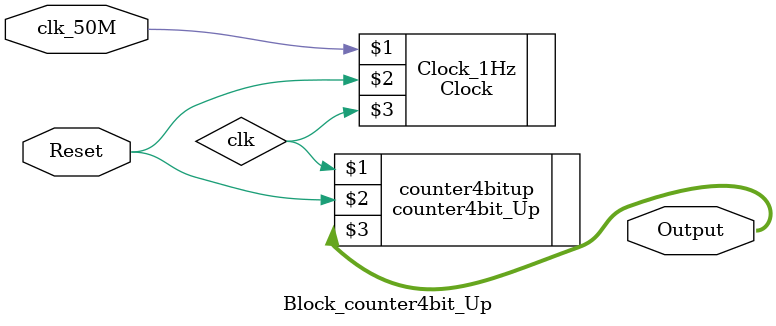
<source format=v>
`timescale 1ns / 1ps
module Block_counter4bit_Up(clk_50M, Reset, Output);
input clk_50M, Reset;
output wire [3:0] Output;
wire clk;
Clock Clock_1Hz(clk_50M, Reset, clk);
counter4bit_Up counter4bitup (clk, Reset, Output);
endmodule

</source>
